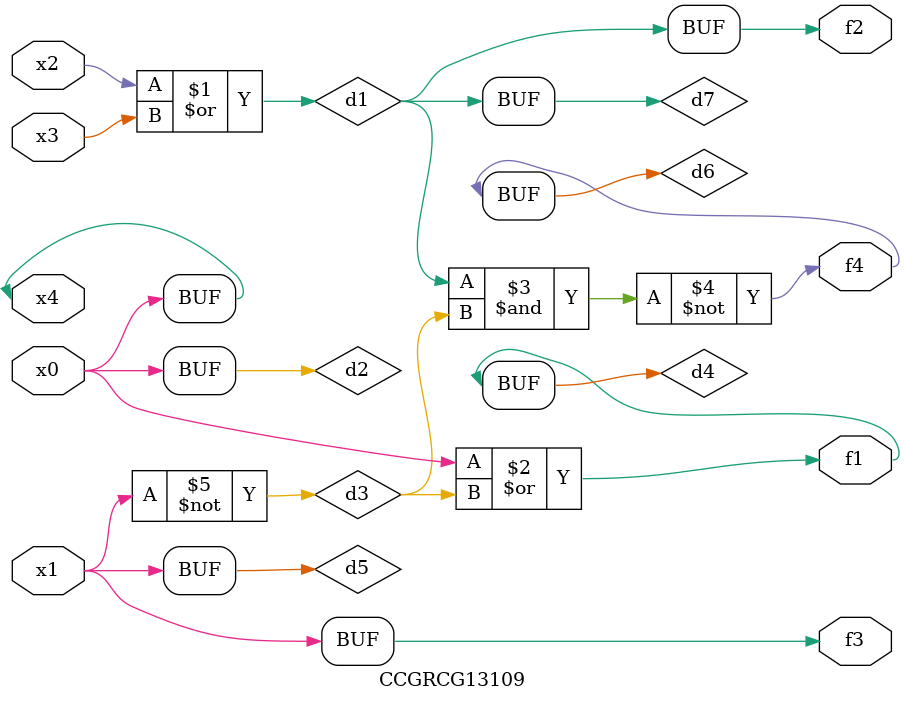
<source format=v>
module CCGRCG13109(
	input x0, x1, x2, x3, x4,
	output f1, f2, f3, f4
);

	wire d1, d2, d3, d4, d5, d6, d7;

	or (d1, x2, x3);
	buf (d2, x0, x4);
	not (d3, x1);
	or (d4, d2, d3);
	not (d5, d3);
	nand (d6, d1, d3);
	or (d7, d1);
	assign f1 = d4;
	assign f2 = d7;
	assign f3 = d5;
	assign f4 = d6;
endmodule

</source>
